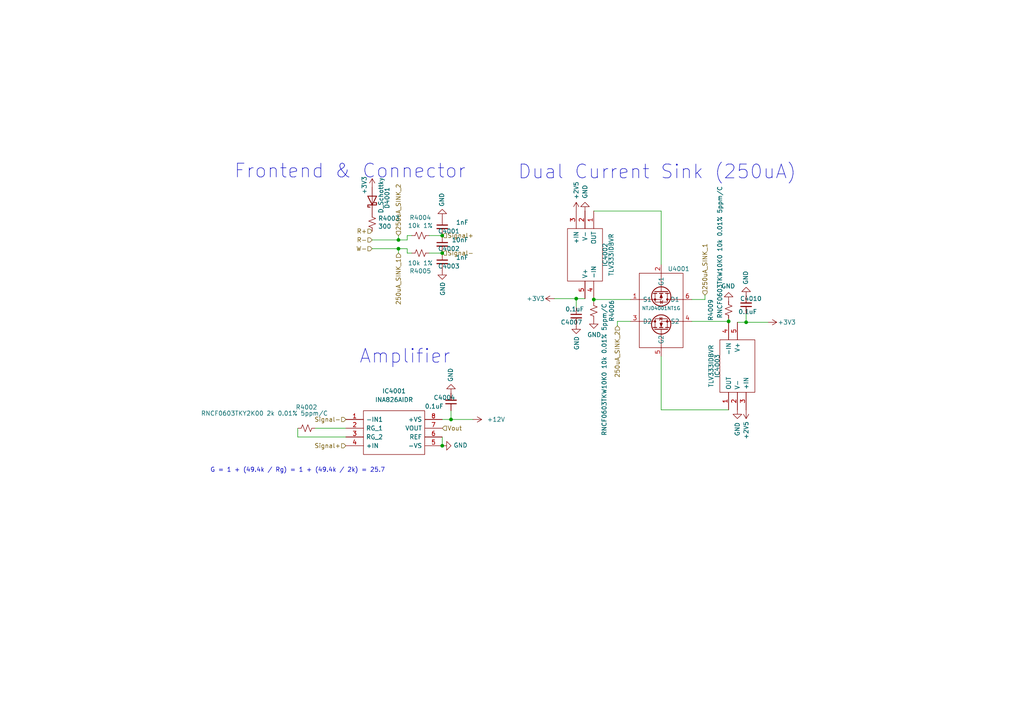
<source format=kicad_sch>
(kicad_sch (version 20231120) (generator "eeschema") (generator_version "8.0")
  (paper "A4")
  (lib_symbols
    (symbol "Device:C_Small" (pin_numbers hide) (pin_names (offset 0.254) hide)
      (property "Reference" "C" (at 0.254 1.778 0))
      (property "Value" "C_Small" (at 0.254 -2.032 0))
      (symbol "C_Small_0_1"
        (polyline (pts (xy -1.524 -0.508) (xy 1.524 -0.508)) (stroke (width 0.3302)))
        (polyline (pts (xy -1.524 0.508) (xy 1.524 0.508)) (stroke (width 0.3048)))
      )
      (symbol "C_Small_1_1"
        (pin passive line (at 0 2.54 270) (length 2.032) (name "~") (number "1"))
        (pin passive line (at 0 -2.54 90) (length 2.032) (name "~") (number "2"))
      )
    )
    (symbol "Device:D_Schottky" (pin_numbers hide) (pin_names (offset 1.016) hide)
      (property "Reference" "D" (at 0 2.54 0))
      (property "Value" "D_Schottky" (at 0 -2.54 0))
      (symbol "D_Schottky_0_1"
        (polyline (pts (xy 1.27 0) (xy -1.27 0)))
        (polyline (pts (xy 1.27 1.27) (xy 1.27 -1.27) (xy -1.27 0) (xy 1.27 1.27)) (stroke (width 0.254)))
        (polyline (pts (xy -1.905 0.635) (xy -1.905 1.27) (xy -1.27 1.27) (xy -1.27 -1.27) (xy -0.635 -1.27) (xy -0.635 -0.635)) (stroke (width 0.254)))
      )
      (symbol "D_Schottky_1_1"
        (pin passive line (at -3.81 0 0) (length 2.54) (name "K") (number "1"))
        (pin passive line (at 3.81 0 180) (length 2.54) (name "A") (number "2"))
      )
    )
    (symbol "Device:R_Small_US" (pin_numbers hide) (pin_names (offset 0.254) hide)
      (property "Reference" "R" (at 0.762 0.508 0))
      (property "Value" "R_Small_US" (at 0.762 -1.016 0))
      (symbol "R_Small_US_1_1"
        (polyline (pts (xy 0 0) (xy 1.016 -0.381) (xy 0 -0.762) (xy -1.016 -1.143) (xy 0 -1.524)))
        (polyline (pts (xy 0 1.524) (xy 1.016 1.143) (xy 0 0.762) (xy -1.016 0.381) (xy 0 0)))
        (pin passive line (at 0 2.54 270) (length 1.016) (name "~") (number "1"))
        (pin passive line (at 0 -2.54 90) (length 1.016) (name "~") (number "2"))
      )
    )
    (symbol "aaa:INA826AIDR" (pin_names (offset 0.762))
      (property "Reference" "IC" (at 24.13 7.62 0))
      (property "Value" "INA826AIDR" (at 24.13 5.08 0))
      (symbol "INA826AIDR_0_0"
        (pin passive line (at 0 0 0) (length 5.08) (name "-IN1") (number "1"))
        (pin passive line (at 0 -2.54 0) (length 5.08) (name "RG_1") (number "2"))
        (pin passive line (at 0 -5.08 0) (length 5.08) (name "RG_2") (number "3"))
        (pin passive line (at 0 -7.62 0) (length 5.08) (name "+IN") (number "4"))
        (pin passive line (at 27.94 -7.62 180) (length 5.08) (name "-VS") (number "5"))
        (pin passive line (at 27.94 -5.08 180) (length 5.08) (name "REF") (number "6"))
        (pin passive line (at 27.94 -2.54 180) (length 5.08) (name "VOUT") (number "7"))
        (pin passive line (at 27.94 0 180) (length 5.08) (name "+VS") (number "8"))
      )
      (symbol "INA826AIDR_0_1"
        (polyline (pts (xy 5.08 2.54) (xy 22.86 2.54) (xy 22.86 -10.16) (xy 5.08 -10.16) (xy 5.08 2.54)) (stroke (width 0.1524)))
      )
    )
    (symbol "aaa:NTJD4001NT1G" (pin_names (offset 1.016))
      (property "Reference" "U" (at -8.89 -2.54 0))
      (property "Value" "NTJD4001NT1G" (at 1.27 -10.16 90))
      (symbol "NTJD4001NT1G_0_1"
        (rectangle (start -10.16 -3.81) (end 11.43 -16.51))
        (polyline (pts (xy -7.62 -10.16) (xy -10.16 -10.16)))
        (polyline (pts (xy -2.54 -12.7) (xy -2.54 -16.51)))
        (polyline (pts (xy -2.54 -7.62) (xy -2.54 -3.81)))
        (polyline (pts (xy 3.81 -12.7) (xy 3.81 -16.51)))
        (polyline (pts (xy 3.81 -7.62) (xy 3.81 -3.81)))
        (polyline (pts (xy 8.89 -10.16) (xy 11.43 -10.16)))
      )
      (symbol "NTJD4001NT1G_1_1"
        (circle (center -3.429 -10.16) (radius 2.794) (stroke (width 0.254)))
        (circle (center -2.54 -11.938) (radius 0.254) (fill (type outline)))
        (circle (center -2.54 -8.382) (radius 0.254) (fill (type outline)))
        (polyline (pts (xy -4.826 -10.16) (xy -7.62 -10.16)))
        (polyline (pts (xy -4.826 -8.255) (xy -4.826 -12.065)) (stroke (width 0.254)))
        (polyline (pts (xy -4.318 -11.43) (xy -4.318 -12.446)) (stroke (width 0.254)))
        (polyline (pts (xy -4.318 -9.652) (xy -4.318 -10.668)) (stroke (width 0.254)))
        (polyline (pts (xy -4.318 -7.874) (xy -4.318 -8.89)) (stroke (width 0.254)))
        (polyline (pts (xy -2.54 -7.62) (xy -2.54 -8.382)))
        (polyline (pts (xy 3.81 -12.7) (xy 3.81 -11.938)))
        (polyline (pts (xy 5.588 -12.446) (xy 5.588 -11.43)) (stroke (width 0.254)))
        (polyline (pts (xy 5.588 -10.668) (xy 5.588 -9.652)) (stroke (width 0.254)))
        (polyline (pts (xy 5.588 -8.89) (xy 5.588 -7.874)) (stroke (width 0.254)))
        (polyline (pts (xy 6.096 -12.065) (xy 6.096 -8.255)) (stroke (width 0.254)))
        (polyline (pts (xy 6.096 -10.16) (xy 8.89 -10.16)))
        (polyline (pts (xy -2.54 -12.7) (xy -2.54 -10.16) (xy -4.318 -10.16)))
        (polyline (pts (xy 3.81 -7.62) (xy 3.81 -10.16) (xy 5.588 -10.16)))
        (polyline (pts (xy -4.318 -11.938) (xy -1.778 -11.938) (xy -1.778 -8.382) (xy -4.318 -8.382)))
        (polyline (pts (xy -4.064 -10.16) (xy -3.048 -9.779) (xy -3.048 -10.541) (xy -4.064 -10.16)) (fill (type outline)))
        (polyline (pts (xy -2.286 -9.652) (xy -2.159 -9.779) (xy -1.397 -9.779) (xy -1.27 -9.906)))
        (polyline (pts (xy -1.778 -9.779) (xy -2.159 -10.414) (xy -1.397 -10.414) (xy -1.778 -9.779)))
        (polyline (pts (xy 3.048 -10.541) (xy 3.429 -9.906) (xy 2.667 -9.906) (xy 3.048 -10.541)))
        (polyline (pts (xy 3.556 -10.668) (xy 3.429 -10.541) (xy 2.667 -10.541) (xy 2.54 -10.414)))
        (polyline (pts (xy 5.334 -10.16) (xy 4.318 -10.541) (xy 4.318 -9.779) (xy 5.334 -10.16)) (fill (type outline)))
        (polyline (pts (xy 5.588 -8.382) (xy 3.048 -8.382) (xy 3.048 -11.938) (xy 5.588 -11.938)))
        (circle (center 3.81 -11.938) (radius 0.254) (fill (type outline)))
        (circle (center 3.81 -8.382) (radius 0.254) (fill (type outline)))
        (circle (center 4.699 -10.16) (radius 2.794) (stroke (width 0.254)))
        (pin passive line (at -2.54 -19.05 90) (length 2.54) (name "S1") (number "1"))
        (pin input line (at -12.7 -10.16 0) (length 2.54) (name "G1") (number "2"))
        (pin passive line (at 3.81 -19.05 90) (length 2.54) (name "D2") (number "3"))
        (pin passive line (at 3.81 -1.27 270) (length 2.54) (name "S2") (number "4"))
        (pin input line (at 13.97 -10.16 180) (length 2.54) (name "G2") (number "5"))
        (pin passive line (at -2.54 -1.27 270) (length 2.54) (name "D1") (number "6"))
      )
    )
    (symbol "aaa:TLV333IDBVR" (pin_names (offset 0.762))
      (property "Reference" "IC" (at 21.59 7.62 0))
      (property "Value" "TLV333IDBVR" (at 21.59 5.08 0))
      (symbol "TLV333IDBVR_0_0"
        (pin passive line (at 0 0 0) (length 5.08) (name "OUT") (number "1"))
        (pin passive line (at 0 -2.54 0) (length 5.08) (name "V-") (number "2"))
        (pin passive line (at 0 -5.08 0) (length 5.08) (name "+IN") (number "3"))
        (pin passive line (at 25.4 0 180) (length 5.08) (name "-IN") (number "4"))
        (pin passive line (at 25.4 -2.54 180) (length 5.08) (name "V+") (number "5"))
      )
      (symbol "TLV333IDBVR_0_1"
        (polyline (pts (xy 5.08 2.54) (xy 20.32 2.54) (xy 20.32 -7.62) (xy 5.08 -7.62) (xy 5.08 2.54)) (stroke (width 0.1524)))
      )
    )
    (symbol "power:+12V" (power) (pin_names (offset 0))
      (property "Value" "+12V" (at 0 3.556 0))
      (symbol "+12V_0_1"
        (polyline (pts (xy -0.762 1.27) (xy 0 2.54)))
        (polyline (pts (xy 0 0) (xy 0 2.54)))
        (polyline (pts (xy 0 2.54) (xy 0.762 1.27)))
      )
      (symbol "+12V_1_1"
        (pin power_in line (at 0 0 90) (length 0) hide (name "+12V") (number "1"))
      )
    )
    (symbol "power:+2V5" (power) (pin_names (offset 0))
      (property "Value" "+2V5" (at 0 3.556 0))
      (symbol "+2V5_0_1"
        (polyline (pts (xy -0.762 1.27) (xy 0 2.54)))
        (polyline (pts (xy 0 0) (xy 0 2.54)))
        (polyline (pts (xy 0 2.54) (xy 0.762 1.27)))
      )
      (symbol "+2V5_1_1"
        (pin power_in line (at 0 0 90) (length 0) hide (name "+2V5") (number "1"))
      )
    )
    (symbol "power:+3V3" (power) (pin_numbers hide) (pin_names (offset 0) hide)
      (property "Value" "+3V3" (at 0 3.556 0))
      (symbol "+3V3_0_1"
        (polyline (pts (xy -0.762 1.27) (xy 0 2.54)))
        (polyline (pts (xy 0 0) (xy 0 2.54)))
        (polyline (pts (xy 0 2.54) (xy 0.762 1.27)))
      )
      (symbol "+3V3_1_1"
        (pin power_in line (at 0 0 90) (length 0) (name "~") (number "1"))
      )
    )
    (symbol "power:GND" (power) (pin_names (offset 0))
      (property "Value" "GND" (at 0 -3.81 0))
      (symbol "GND_0_1"
        (polyline (pts (xy 0 0) (xy 0 -1.27) (xy 1.27 -1.27) (xy 0 -2.54) (xy -1.27 -1.27) (xy 0 -1.27)))
      )
      (symbol "GND_1_1"
        (pin power_in line (at 0 0 270) (length 0) hide (name "GND") (number "1"))
      )
    )
  )
  (junction (at 128.27 129.286))
  (junction (at 128.27 68.326))
  (junction (at 211.328 93.218))
  (junction (at 128.27 73.406))
  (junction (at 172.212 86.868))
  (junction (at 216.408 93.472))
  (junction (at 115.57 72.136))
  (junction (at 167.132 86.614))
  (junction (at 130.81 121.666))
  (junction (at 115.57 69.596))
  (wire (pts (xy 86.36 126.746) (xy 100.33 126.746)))
  (wire (pts (xy 204.47 86.868) (xy 204.47 85.598)))
  (wire (pts (xy 128.27 126.746) (xy 128.27 129.286)))
  (wire (pts (xy 86.36 124.206) (xy 86.36 126.746)))
  (wire (pts (xy 211.328 93.218) (xy 211.328 92.456)))
  (wire (pts (xy 200.66 86.868) (xy 204.47 86.868)))
  (wire (pts (xy 167.132 86.614) (xy 169.672 86.614)))
  (wire (pts (xy 191.77 118.872) (xy 211.328 118.872)))
  (wire (pts (xy 115.57 72.136) (xy 115.57 73.406)))
  (wire (pts (xy 216.408 93.472) (xy 213.868 93.472)))
  (wire (pts (xy 216.408 93.472) (xy 222.758 93.472)))
  (wire (pts (xy 130.81 121.666) (xy 137.16 121.666)))
  (wire (pts (xy 172.212 61.214) (xy 191.77 61.214)))
  (wire (pts (xy 118.11 73.406) (xy 118.11 72.136)))
  (wire (pts (xy 172.212 86.614) (xy 172.212 86.868)))
  (wire (pts (xy 118.11 69.596) (xy 115.57 69.596)))
  (wire (pts (xy 107.95 69.596) (xy 115.57 69.596)))
  (wire (pts (xy 191.77 103.378) (xy 191.77 118.872)))
  (wire (pts (xy 128.27 121.666) (xy 130.81 121.666)))
  (wire (pts (xy 91.44 124.206) (xy 100.33 124.206)))
  (wire (pts (xy 216.408 93.472) (xy 216.408 90.932)))
  (wire (pts (xy 130.81 121.666) (xy 130.81 119.126)))
  (wire (pts (xy 191.77 61.214) (xy 191.77 76.708)))
  (wire (pts (xy 167.132 86.614) (xy 167.132 89.154)))
  (wire (pts (xy 124.46 73.406) (xy 128.27 73.406)))
  (wire (pts (xy 172.212 86.868) (xy 182.88 86.868)))
  (wire (pts (xy 119.38 68.326) (xy 118.11 68.326)))
  (wire (pts (xy 182.88 93.218) (xy 179.07 93.218)))
  (wire (pts (xy 211.328 93.472) (xy 211.328 93.218)))
  (wire (pts (xy 118.11 72.136) (xy 115.57 72.136)))
  (wire (pts (xy 115.57 69.596) (xy 115.57 68.326)))
  (wire (pts (xy 179.07 93.218) (xy 179.07 94.488)))
  (wire (pts (xy 172.212 86.868) (xy 172.212 87.63)))
  (wire (pts (xy 118.11 68.326) (xy 118.11 69.596)))
  (wire (pts (xy 107.95 72.136) (xy 115.57 72.136)))
  (wire (pts (xy 124.46 68.326) (xy 128.27 68.326)))
  (wire (pts (xy 160.782 86.614) (xy 167.132 86.614)))
  (wire (pts (xy 200.66 93.218) (xy 211.328 93.218)))
  (wire (pts (xy 119.38 73.406) (xy 118.11 73.406)))
  (text "Dual Current Sink (250uA)" (at 150.114 52.324 0) (effects (font (size 4 4)) (justify left bottom)))
  (text "G = 1 + (49.4k / Rg) = 1 + (49.4k / 2k) = 25.7" (at 60.96 137.16 0) (effects (font (size 1.27 1.27)) (justify left bottom)))
  (text "Frontend & Connector" (at 67.818 52.07 0) (effects (font (size 4 4)) (justify left bottom)))
  (text "Amplifier" (at 104.14 105.791 0) (effects (font (size 4 4)) (justify left bottom)))
  (hierarchical_label "Signal-" (shape input) (at 128.27 73.406 0))
  (hierarchical_label "250uA_SINK_2" (shape input) (at 179.07 94.488 270))
  (hierarchical_label "Signal-" (shape input) (at 100.33 121.666 180))
  (hierarchical_label "250uA_SINK_2" (shape input) (at 115.57 68.326 90))
  (hierarchical_label "Signal+" (shape input) (at 128.27 68.326 0))
  (hierarchical_label "R-" (shape input) (at 107.95 69.596 180))
  (hierarchical_label "Signal+" (shape input) (at 100.33 129.286 180))
  (hierarchical_label "R+" (shape input) (at 107.95 67.056 180))
  (hierarchical_label "250uA_SINK_1" (shape input) (at 115.57 73.406 270))
  (hierarchical_label "250uA_SINK_1" (shape input) (at 204.47 85.598 90))
  (hierarchical_label "Vout" (shape input) (at 128.27 124.206 0))
  (hierarchical_label "W-" (shape input) (at 107.95 72.136 180))
  (symbol (lib_id "power:GND") (at 216.408 85.852 180) (unit 1)
    (property "Reference" "#PWR04014" (effects (hide yes)))
    (property "Value" "GND" (at 216.281 82.6008 90) (effects (justify right)))
    (instances (project "simplicity_analog_1" (path "" (reference "#PWR04014") (unit 1)) (path "" (reference "#PWR013014") (unit 1)) (path "" (reference "#PWR017014") (unit 1)) (path "" (reference "#PWR025014") (unit 1)) (path "" (reference "#PWR021014") (unit 1)) (path "" (reference "#PWR05014") (unit 1))) (project "analog_frontend_panel" (path "" (reference "#PWR0115") (unit 1)) (path "" (reference "#PWR0131") (unit 1)) (path "" (reference "#PWR0147") (unit 1)) (path "" (reference "#PWR099") (unit 1))))
  )
  (symbol (lib_id "power:GND") (at 211.328 87.376 180) (unit 1)
    (property "Reference" "#PWR04012" (effects (hide yes)))
    (property "Value" "GND" (at 211.201 82.9818 0))
    (instances (project "simplicity_analog_1" (path "" (reference "#PWR04012") (unit 1)) (path "" (reference "#PWR013012") (unit 1)) (path "" (reference "#PWR017012") (unit 1)) (path "" (reference "#PWR025012") (unit 1)) (path "" (reference "#PWR021012") (unit 1)) (path "" (reference "#PWR05012") (unit 1))) (project "analog_frontend_panel" (path "" (reference "#PWR0113") (unit 1)) (path "" (reference "#PWR0129") (unit 1)) (path "" (reference "#PWR0145") (unit 1)) (path "" (reference "#PWR097") (unit 1))))
  )
  (symbol (lib_id "power:GND") (at 213.868 118.872 0) (unit 1)
    (property "Reference" "#PWR04013" (effects (hide yes)))
    (property "Value" "GND" (at 213.868 122.428 90) (effects (justify right)))
    (instances (project "simplicity_analog_1" (path "" (reference "#PWR04013") (unit 1)) (path "" (reference "#PWR013013") (unit 1)) (path "" (reference "#PWR017013") (unit 1)) (path "" (reference "#PWR025013") (unit 1)) (path "" (reference "#PWR021013") (unit 1)) (path "" (reference "#PWR05013") (unit 1))) (project "analog_frontend_panel" (path "" (reference "#PWR0114") (unit 1)) (path "" (reference "#PWR0130") (unit 1)) (path "" (reference "#PWR0146") (unit 1)) (path "" (reference "#PWR098") (unit 1))))
  )
  (symbol (lib_id "Device:R_Small_US") (at 211.328 89.916 180) (unit 1)
    (property "Reference" "R4009" (at 206.121 89.916 90))
    (property "Value" "RNCF0603TKW10K0 10k 0.01% 5ppm/C" (at 208.788 73.152 90))
    (property "Footprint" "Resistor_SMD:R_0603_1608Metric" (effects (hide yes)))
    (property "LCSC" "C2482678" (effects (hide yes)))
    (instances (project "simplicity_analog_1" (path "" (reference "R4009") (unit 1)) (path "" (reference "R13009") (unit 1)) (path "" (reference "R17009") (unit 1)) (path "" (reference "R25009") (unit 1)) (path "" (reference "R21009") (unit 1)) (path "" (reference "R5009") (unit 1))) (project "analog_frontend_panel" (path "" (reference "R56") (unit 1)) (path "" (reference "R65") (unit 1)) (path "" (reference "R74") (unit 1)) (path "" (reference "R47") (unit 1))))
  )
  (symbol (lib_id "power:GND") (at 130.81 114.046 180) (unit 1)
    (property "Reference" "#PWR04005" (effects (hide yes)))
    (property "Value" "GND" (at 130.683 110.7948 90) (effects (justify right)))
    (instances (project "simplicity_analog_1" (path "" (reference "#PWR04005") (unit 1)) (path "" (reference "#PWR013005") (unit 1)) (path "" (reference "#PWR017005") (unit 1)) (path "" (reference "#PWR025005") (unit 1)) (path "" (reference "#PWR021005") (unit 1)) (path "" (reference "#PWR05005") (unit 1))) (project "analog_frontend_panel" (path "" (reference "#PWR0106") (unit 1)) (path "" (reference "#PWR0122") (unit 1)) (path "" (reference "#PWR0138") (unit 1)) (path "" (reference "#PWR090") (unit 1))))
  )
  (symbol (lib_id "aaa:TLV333IDBVR") (at 172.212 61.214 270) (unit 1)
    (property "Reference" "IC4002" (at 175.514 73.914 0))
    (property "Value" "TLV333IDBVR" (at 177.292 73.914 0))
    (property "Footprint" "Package_TO_SOT_SMD:SOT-23-5" (effects (hide yes)))
    (property "Datasheet" "http://www.ti.com/lit/gpn/tlv333" (effects (hide yes)))
    (property "Description" "350 kHz, Low-Noise, RRIO, CMOS Operational Amplifier for Cost-Sensitive Systems" (effects (hide yes)))
    (property "Height" "1.45" (effects (hide yes)))
    (property "Manufacturer_Name" "Texas Instruments" (effects (hide yes)))
    (property "Manufacturer_Part_Number" "TLV333IDBVR" (effects (hide yes)))
    (property "Mouser Part Number" "595-TLV333IDBVR" (effects (hide yes)))
    (property "Mouser Price/Stock" "https://www.mouser.co.uk/ProductDetail/Texas-Instruments/TLV333IDBVR?qs=n%252BTO0c4TDSbTbn2suQLlAQ%3D%3D" (effects (hide yes)))
    (property "Arrow Part Number" "TLV333IDBVR" (effects (hide yes)))
    (property "Arrow Price/Stock" "https://www.arrow.com/en/products/tlv333idbvr/texas-instruments" (effects (hide yes)))
    (instances (project "simplicity_analog_1" (path "" (reference "IC4002") (unit 1)) (path "" (reference "IC13002") (unit 1)) (path "" (reference "IC17002") (unit 1)) (path "" (reference "IC25002") (unit 1)) (path "" (reference "IC21002") (unit 1)) (path "" (reference "IC5002") (unit 1))) (project "analog_frontend_panel" (path "" (reference "IC16") (unit 1)) (path "" (reference "IC19") (unit 1)) (path "" (reference "IC22") (unit 1)) (path "" (reference "IC13") (unit 1))))
  )
  (symbol (lib_id "Device:R_Small_US") (at 121.92 68.326 270) (unit 1)
    (property "Reference" "R4004" (at 121.92 63.119 90))
    (property "Value" "10k 1%" (at 121.92 65.4304 90))
    (property "Footprint" "Capacitor_SMD:C_0402_1005Metric" (effects (hide yes)))
    (instances (project "simplicity_analog_1" (path "" (reference "R4004") (unit 1)) (path "" (reference "R13004") (unit 1)) (path "" (reference "R17004") (unit 1)) (path "" (reference "R25004") (unit 1)) (path "" (reference "R21004") (unit 1)) (path "" (reference "R5004") (unit 1))) (project "analog_frontend_panel" (path "" (reference "R51") (unit 1)) (path "" (reference "R60") (unit 1)) (path "" (reference "R69") (unit 1)) (path "" (reference "R42") (unit 1))))
  )
  (symbol (lib_id "Device:C_Small") (at 128.27 65.786 0) (unit 1)
    (property "Reference" "C4001" (at 133.35 67.056 0) (effects (justify right)))
    (property "Value" "1nF" (at 135.89 64.516 0) (effects (justify right)))
    (property "Footprint" "Capacitor_SMD:C_0402_1005Metric" (effects (hide yes)))
    (instances (project "simplicity_analog_1" (path "" (reference "C4001") (unit 1)) (path "" (reference "C13001") (unit 1)) (path "" (reference "C17001") (unit 1)) (path "" (reference "C25001") (unit 1)) (path "" (reference "C21001") (unit 1)) (path "" (reference "C5001") (unit 1))) (project "analog_frontend_panel" (path "" (reference "C60") (unit 1)) (path "" (reference "C71") (unit 1)) (path "" (reference "C82") (unit 1)) (path "" (reference "C49") (unit 1))))
  )
  (symbol (lib_id "Device:C_Small") (at 128.27 70.866 0) (unit 1)
    (property "Reference" "C4002" (at 133.35 72.136 0) (effects (justify right)))
    (property "Value" "10nF" (at 135.89 69.596 0) (effects (justify right)))
    (property "Footprint" "Capacitor_SMD:C_0402_1005Metric" (effects (hide yes)))
    (instances (project "simplicity_analog_1" (path "" (reference "C4002") (unit 1)) (path "" (reference "C13002") (unit 1)) (path "" (reference "C17002") (unit 1)) (path "" (reference "C25002") (unit 1)) (path "" (reference "C21002") (unit 1)) (path "" (reference "C5002") (unit 1))) (project "analog_frontend_panel" (path "" (reference "C61") (unit 1)) (path "" (reference "C72") (unit 1)) (path "" (reference "C83") (unit 1)) (path "" (reference "C50") (unit 1))))
  )
  (symbol (lib_id "power:+3V3") (at 107.95 54.356 0) (unit 1)
    (property "Reference" "#PWR45001" (effects (hide yes)))
    (property "Value" "+3V3" (at 105.664 56.388 90) (effects (justify left)))
    (property "Description" "Power symbol creates a global label with name \"+3V3\"" (effects (hide yes)))
    (instances (project "analog_frontend_panel" (path "" (reference "#PWR45001") (unit 1)) (path "" (reference "#PWR46001") (unit 1)) (path "" (reference "#PWR47001") (unit 1)) (path "" (reference "#PWR44001") (unit 1))))
  )
  (symbol (lib_id "power:+12V") (at 137.16 121.666 270) (unit 1)
    (property "Reference" "#PWR04006" (effects (hide yes)))
    (property "Value" "+12V" (at 141.224 121.6659 90) (effects (justify left)))
    (instances (project "simplicity_analog_1" (path "" (reference "#PWR04006") (unit 1)) (path "" (reference "#PWR013006") (unit 1)) (path "" (reference "#PWR017006") (unit 1)) (path "" (reference "#PWR025006") (unit 1)) (path "" (reference "#PWR021006") (unit 1)) (path "" (reference "#PWR05006") (unit 1))) (project "analog_frontend_panel" (path "" (reference "#PWR0107") (unit 1)) (path "" (reference "#PWR0123") (unit 1)) (path "" (reference "#PWR0139") (unit 1)) (path "" (reference "#PWR091") (unit 1))))
  )
  (symbol (lib_id "power:GND") (at 128.27 129.286 90) (unit 1)
    (property "Reference" "#PWR04004" (effects (hide yes)))
    (property "Value" "GND" (at 131.5212 129.159 90) (effects (justify right)))
    (instances (project "simplicity_analog_1" (path "" (reference "#PWR04004") (unit 1)) (path "" (reference "#PWR013004") (unit 1)) (path "" (reference "#PWR017004") (unit 1)) (path "" (reference "#PWR025004") (unit 1)) (path "" (reference "#PWR021004") (unit 1)) (path "" (reference "#PWR05004") (unit 1))) (project "analog_frontend_panel" (path "" (reference "#PWR0105") (unit 1)) (path "" (reference "#PWR0121") (unit 1)) (path "" (reference "#PWR0137") (unit 1)) (path "" (reference "#PWR089") (unit 1))))
  )
  (symbol (lib_id "Device:C_Small") (at 167.132 91.694 0) (unit 1)
    (property "Reference" "C4007" (at 168.91 93.472 0) (effects (justify right)))
    (property "Value" "0.1uF" (at 169.418 89.662 0) (effects (justify right)))
    (property "Footprint" "Capacitor_SMD:C_0402_1005Metric" (effects (hide yes)))
    (instances (project "simplicity_analog_1" (path "" (reference "C4007") (unit 1)) (path "" (reference "C13007") (unit 1)) (path "" (reference "C17007") (unit 1)) (path "" (reference "C25007") (unit 1)) (path "" (reference "C21007") (unit 1)) (path "" (reference "C5007") (unit 1))) (project "analog_frontend_panel" (path "" (reference "C66") (unit 1)) (path "" (reference "C77") (unit 1)) (path "" (reference "C88") (unit 1)) (path "" (reference "C55") (unit 1))))
  )
  (symbol (lib_id "Device:R_Small_US") (at 107.95 64.516 0) (unit 1)
    (property "Reference" "R4003" (at 109.6772 63.3476 0) (effects (justify left)))
    (property "Value" "300" (at 109.6772 65.659 0) (effects (justify left)))
    (property "Footprint" "Resistor_SMD:R_0805_2012Metric" (effects (hide yes)))
    (instances (project "simplicity_analog_1" (path "" (reference "R4003") (unit 1)) (path "" (reference "R13003") (unit 1)) (path "" (reference "R17003") (unit 1)) (path "" (reference "R25003") (unit 1)) (path "" (reference "R21003") (unit 1)) (path "" (reference "R5003") (unit 1))) (project "analog_frontend_panel" (path "" (reference "R50") (unit 1)) (path "" (reference "R59") (unit 1)) (path "" (reference "R68") (unit 1)) (path "" (reference "R41") (unit 1))))
  )
  (symbol (lib_id "Device:D_Schottky") (at 107.95 58.166 90) (unit 1)
    (property "Reference" "D4001" (at 112.268 57.404 0))
    (property "Value" "D_Schottky" (at 110.49 56.642 0))
    (property "Footprint" "Diode_SMD:D_SMA" (effects (hide yes)))
    (property "LCSC" "C22452" (effects (hide yes)))
    (instances (project "simplicity_analog_1" (path "" (reference "D4001") (unit 1)) (path "" (reference "D13001") (unit 1)) (path "" (reference "D17001") (unit 1)) (path "" (reference "D25001") (unit 1)) (path "" (reference "D21001") (unit 1)) (path "" (reference "D5001") (unit 1))) (project "analog_frontend_panel" (path "" (reference "D8") (unit 1)) (path "" (reference "D9") (unit 1)) (path "" (reference "D10") (unit 1)) (path "" (reference "D7") (unit 1))))
  )
  (symbol (lib_id "power:+3V3") (at 222.758 93.472 270) (unit 1)
    (property "Reference" "#PWR45003" (effects (hide yes)))
    (property "Value" "+3V3" (at 225.552 93.472 90) (effects (justify left)))
    (property "Description" "Power symbol creates a global label with name \"+3V3\"" (effects (hide yes)))
    (instances (project "analog_frontend_panel" (path "" (reference "#PWR45003") (unit 1)) (path "" (reference "#PWR46003") (unit 1)) (path "" (reference "#PWR47003") (unit 1)) (path "" (reference "#PWR44003") (unit 1))))
  )
  (symbol (lib_id "Device:C_Small") (at 216.408 88.392 180) (unit 1)
    (property "Reference" "C4010" (at 214.63 86.614 0) (effects (justify right)))
    (property "Value" "0.1uF" (at 214.122 90.424 0) (effects (justify right)))
    (property "Footprint" "Capacitor_SMD:C_0402_1005Metric" (effects (hide yes)))
    (instances (project "simplicity_analog_1" (path "" (reference "C4010") (unit 1)) (path "" (reference "C13010") (unit 1)) (path "" (reference "C17010") (unit 1)) (path "" (reference "C25010") (unit 1)) (path "" (reference "C21010") (unit 1)) (path "" (reference "C5010") (unit 1))) (project "analog_frontend_panel" (path "" (reference "C69") (unit 1)) (path "" (reference "C80") (unit 1)) (path "" (reference "C91") (unit 1)) (path "" (reference "C58") (unit 1))))
  )
  (symbol (lib_id "power:GND") (at 128.27 78.486 0) (unit 1)
    (property "Reference" "#PWR04003" (effects (hide yes)))
    (property "Value" "GND" (at 128.397 81.7372 90) (effects (justify right)))
    (instances (project "simplicity_analog_1" (path "" (reference "#PWR04003") (unit 1)) (path "" (reference "#PWR013003") (unit 1)) (path "" (reference "#PWR017003") (unit 1)) (path "" (reference "#PWR025003") (unit 1)) (path "" (reference "#PWR021003") (unit 1)) (path "" (reference "#PWR05003") (unit 1))) (project "analog_frontend_panel" (path "" (reference "#PWR0104") (unit 1)) (path "" (reference "#PWR0120") (unit 1)) (path "" (reference "#PWR0136") (unit 1)) (path "" (reference "#PWR088") (unit 1))))
  )
  (symbol (lib_id "aaa:NTJD4001NT1G") (at 201.93 89.408 270) (unit 1)
    (property "Reference" "U4001" (at 196.85 77.978 90))
    (property "Value" "NTJD4001NT1G" (at 191.77 89.408 90) (effects (font (size 0.9906 0.9906))))
    (property "Footprint" "Package_TO_SOT_SMD:SOT-363_SC-70-6" (effects (hide yes)))
    (property "LCSC" "C190019" (effects (hide yes)))
    (instances (project "simplicity_analog_1" (path "" (reference "U4001") (unit 1)) (path "" (reference "U13001") (unit 1)) (path "" (reference "U17001") (unit 1)) (path "" (reference "U25001") (unit 1)) (path "" (reference "U21001") (unit 1)) (path "" (reference "U5001") (unit 1))) (project "analog_frontend_panel" (path "" (reference "U2") (unit 1)) (path "" (reference "U3") (unit 1)) (path "" (reference "U4") (unit 1)) (path "" (reference "U1") (unit 1))))
  )
  (symbol (lib_id "Device:R_Small_US") (at 88.9 124.206 270) (unit 1)
    (property "Reference" "R4002" (at 88.9 118.11 90))
    (property "Value" "RNCF0603TKY2K00 2k 0.01% 5ppm/C" (at 76.708 119.888 90))
    (property "Footprint" "Resistor_SMD:R_0603_1608Metric" (effects (hide yes)))
    (property "LCSC" "C346578" (effects (hide yes)))
    (instances (project "simplicity_analog_1" (path "" (reference "R4002") (unit 1)) (path "" (reference "R13002") (unit 1)) (path "" (reference "R17002") (unit 1)) (path "" (reference "R25002") (unit 1)) (path "" (reference "R21002") (unit 1)) (path "" (reference "R5002") (unit 1))) (project "analog_frontend_panel" (path "" (reference "R49") (unit 1)) (path "" (reference "R58") (unit 1)) (path "" (reference "R67") (unit 1)) (path "" (reference "R40") (unit 1))))
  )
  (symbol (lib_id "power:GND") (at 172.212 92.71 0) (unit 1)
    (property "Reference" "#PWR04011" (effects (hide yes)))
    (property "Value" "GND" (at 172.339 97.1042 0))
    (instances (project "simplicity_analog_1" (path "" (reference "#PWR04011") (unit 1)) (path "" (reference "#PWR013011") (unit 1)) (path "" (reference "#PWR017011") (unit 1)) (path "" (reference "#PWR025011") (unit 1)) (path "" (reference "#PWR021011") (unit 1)) (path "" (reference "#PWR05011") (unit 1))) (project "analog_frontend_panel" (path "" (reference "#PWR0112") (unit 1)) (path "" (reference "#PWR0128") (unit 1)) (path "" (reference "#PWR0144") (unit 1)) (path "" (reference "#PWR096") (unit 1))))
  )
  (symbol (lib_id "Device:R_Small_US") (at 172.212 90.17 0) (unit 1)
    (property "Reference" "R4006" (at 177.419 90.17 90))
    (property "Value" "RNCF0603TKW10K0 10k 0.01% 5ppm/C" (at 175.26 107.188 90))
    (property "Footprint" "Resistor_SMD:R_0603_1608Metric" (effects (hide yes)))
    (property "LCSC" "C2482678" (effects (hide yes)))
    (instances (project "simplicity_analog_1" (path "" (reference "R4006") (unit 1)) (path "" (reference "R13006") (unit 1)) (path "" (reference "R17006") (unit 1)) (path "" (reference "R25006") (unit 1)) (path "" (reference "R21006") (unit 1)) (path "" (reference "R5006") (unit 1))) (project "analog_frontend_panel" (path "" (reference "R53") (unit 1)) (path "" (reference "R62") (unit 1)) (path "" (reference "R71") (unit 1)) (path "" (reference "R44") (unit 1))))
  )
  (symbol (lib_id "Device:R_Small_US") (at 121.92 73.406 270) (unit 1)
    (property "Reference" "R4005" (at 121.92 78.613 90))
    (property "Value" "10k 1%" (at 121.92 76.3016 90))
    (property "Footprint" "Capacitor_SMD:C_0402_1005Metric" (effects (hide yes)))
    (instances (project "simplicity_analog_1" (path "" (reference "R4005") (unit 1)) (path "" (reference "R13005") (unit 1)) (path "" (reference "R17005") (unit 1)) (path "" (reference "R25005") (unit 1)) (path "" (reference "R21005") (unit 1)) (path "" (reference "R5005") (unit 1))) (project "analog_frontend_panel" (path "" (reference "R52") (unit 1)) (path "" (reference "R61") (unit 1)) (path "" (reference "R70") (unit 1)) (path "" (reference "R43") (unit 1))))
  )
  (symbol (lib_id "power:+2V5") (at 167.132 61.214 0) (unit 1)
    (property "Reference" "#PWR04008" (effects (hide yes)))
    (property "Value" "+2V5" (at 167.132 57.912 90) (effects (justify left)))
    (instances (project "simplicity_analog_1" (path "" (reference "#PWR04008") (unit 1)) (path "" (reference "#PWR013008") (unit 1)) (path "" (reference "#PWR017008") (unit 1)) (path "" (reference "#PWR025008") (unit 1)) (path "" (reference "#PWR021008") (unit 1)) (path "" (reference "#PWR05008") (unit 1))) (project "analog_frontend_panel" (path "" (reference "#PWR0109") (unit 1)) (path "" (reference "#PWR0125") (unit 1)) (path "" (reference "#PWR0141") (unit 1)) (path "" (reference "#PWR093") (unit 1))))
  )
  (symbol (lib_id "Device:C_Small") (at 130.81 116.586 180) (unit 1)
    (property "Reference" "C4004" (at 125.73 115.316 0) (effects (justify right)))
    (property "Value" "0.1uF" (at 123.19 117.856 0) (effects (justify right)))
    (property "Footprint" "Capacitor_SMD:C_0402_1005Metric" (effects (hide yes)))
    (instances (project "simplicity_analog_1" (path "" (reference "C4004") (unit 1)) (path "" (reference "C13004") (unit 1)) (path "" (reference "C17004") (unit 1)) (path "" (reference "C25004") (unit 1)) (path "" (reference "C21004") (unit 1)) (path "" (reference "C5004") (unit 1))) (project "analog_frontend_panel" (path "" (reference "C63") (unit 1)) (path "" (reference "C74") (unit 1)) (path "" (reference "C85") (unit 1)) (path "" (reference "C52") (unit 1))))
  )
  (symbol (lib_id "power:+3V3") (at 160.782 86.614 90) (unit 1)
    (property "Reference" "#PWR45002" (effects (hide yes)))
    (property "Value" "+3V3" (at 157.988 86.614 90) (effects (justify left)))
    (property "Description" "Power symbol creates a global label with name \"+3V3\"" (effects (hide yes)))
    (instances (project "analog_frontend_panel" (path "" (reference "#PWR45002") (unit 1)) (path "" (reference "#PWR46002") (unit 1)) (path "" (reference "#PWR47002") (unit 1)) (path "" (reference "#PWR44002") (unit 1))))
  )
  (symbol (lib_id "power:GND") (at 169.672 61.214 180) (unit 1)
    (property "Reference" "#PWR04010" (effects (hide yes)))
    (property "Value" "GND" (at 169.672 57.658 90) (effects (justify right)))
    (instances (project "simplicity_analog_1" (path "" (reference "#PWR04010") (unit 1)) (path "" (reference "#PWR013010") (unit 1)) (path "" (reference "#PWR017010") (unit 1)) (path "" (reference "#PWR025010") (unit 1)) (path "" (reference "#PWR021010") (unit 1)) (path "" (reference "#PWR05010") (unit 1))) (project "analog_frontend_panel" (path "" (reference "#PWR0111") (unit 1)) (path "" (reference "#PWR0127") (unit 1)) (path "" (reference "#PWR0143") (unit 1)) (path "" (reference "#PWR095") (unit 1))))
  )
  (symbol (lib_id "aaa:INA826AIDR") (at 100.33 121.666 0) (unit 1)
    (property "Reference" "IC4001" (at 114.3 113.411 0))
    (property "Value" "INA826AIDR" (at 114.3 115.951 0))
    (property "Footprint" "aaa:SOIC127P600X175-8N" (effects (hide yes)))
    (property "Datasheet" "http://www.ti.com/lit/gpn/ina826" (effects (hide yes)))
    (property "Description" "Precision, 200-uA Supply Current, 36-V Supply Instrumentation Amplifier" (effects (hide yes)))
    (property "Height" "1.75" (effects (hide yes)))
    (property "Manufacturer_Name" "Texas Instruments" (effects (hide yes)))
    (property "Manufacturer_Part_Number" "INA826AIDR" (effects (hide yes)))
    (property "Mouser Part Number" "595-INA826AIDR" (effects (hide yes)))
    (property "Mouser Price/Stock" "https://www.mouser.co.uk/ProductDetail/Texas-Instruments/INA826AIDR?qs=RqytGdBYyUFuQNJtlkA6aQ%3D%3D" (effects (hide yes)))
    (property "Arrow Part Number" "INA826AIDR" (effects (hide yes)))
    (property "Arrow Price/Stock" "https://www.arrow.com/en/products/ina826aidr/texas-instruments?region=nac" (effects (hide yes)))
    (property "LCSC" "C38433" (effects (hide yes)))
    (instances (project "simplicity_analog_1" (path "" (reference "IC4001") (unit 1)) (path "" (reference "IC13001") (unit 1)) (path "" (reference "IC17001") (unit 1)) (path "" (reference "IC25001") (unit 1)) (path "" (reference "IC21001") (unit 1)) (path "" (reference "IC5001") (unit 1))) (project "analog_frontend_panel" (path "" (reference "IC15") (unit 1)) (path "" (reference "IC18") (unit 1)) (path "" (reference "IC21") (unit 1)) (path "" (reference "IC12") (unit 1))))
  )
  (symbol (lib_id "power:GND") (at 167.132 94.234 0) (unit 1)
    (property "Reference" "#PWR04009" (effects (hide yes)))
    (property "Value" "GND" (at 167.259 97.4852 90) (effects (justify right)))
    (instances (project "simplicity_analog_1" (path "" (reference "#PWR04009") (unit 1)) (path "" (reference "#PWR013009") (unit 1)) (path "" (reference "#PWR017009") (unit 1)) (path "" (reference "#PWR025009") (unit 1)) (path "" (reference "#PWR021009") (unit 1)) (path "" (reference "#PWR05009") (unit 1))) (project "analog_frontend_panel" (path "" (reference "#PWR0110") (unit 1)) (path "" (reference "#PWR0126") (unit 1)) (path "" (reference "#PWR0142") (unit 1)) (path "" (reference "#PWR094") (unit 1))))
  )
  (symbol (lib_id "power:+2V5") (at 216.408 118.872 180) (unit 1)
    (property "Reference" "#PWR04015" (effects (hide yes)))
    (property "Value" "+2V5" (at 216.408 122.174 90) (effects (justify left)))
    (instances (project "simplicity_analog_1" (path "" (reference "#PWR04015") (unit 1)) (path "" (reference "#PWR013015") (unit 1)) (path "" (reference "#PWR017015") (unit 1)) (path "" (reference "#PWR025015") (unit 1)) (path "" (reference "#PWR021015") (unit 1)) (path "" (reference "#PWR05015") (unit 1))) (project "analog_frontend_panel" (path "" (reference "#PWR0116") (unit 1)) (path "" (reference "#PWR0132") (unit 1)) (path "" (reference "#PWR0148") (unit 1)) (path "" (reference "#PWR0100") (unit 1))))
  )
  (symbol (lib_id "aaa:TLV333IDBVR") (at 211.328 118.872 90) (unit 1)
    (property "Reference" "IC4003" (at 208.026 106.172 0))
    (property "Value" "TLV333IDBVR" (at 206.248 106.172 0))
    (property "Footprint" "Package_TO_SOT_SMD:SOT-23-5" (effects (hide yes)))
    (property "Datasheet" "http://www.ti.com/lit/gpn/tlv333" (effects (hide yes)))
    (property "Description" "350 kHz, Low-Noise, RRIO, CMOS Operational Amplifier for Cost-Sensitive Systems" (effects (hide yes)))
    (property "Height" "1.45" (effects (hide yes)))
    (property "Manufacturer_Name" "Texas Instruments" (effects (hide yes)))
    (property "Manufacturer_Part_Number" "TLV333IDBVR" (effects (hide yes)))
    (property "Mouser Part Number" "595-TLV333IDBVR" (effects (hide yes)))
    (property "Mouser Price/Stock" "https://www.mouser.co.uk/ProductDetail/Texas-Instruments/TLV333IDBVR?qs=n%252BTO0c4TDSbTbn2suQLlAQ%3D%3D" (effects (hide yes)))
    (property "Arrow Part Number" "TLV333IDBVR" (effects (hide yes)))
    (property "Arrow Price/Stock" "https://www.arrow.com/en/products/tlv333idbvr/texas-instruments" (effects (hide yes)))
    (instances (project "simplicity_analog_1" (path "" (reference "IC4003") (unit 1)) (path "" (reference "IC13003") (unit 1)) (path "" (reference "IC17003") (unit 1)) (path "" (reference "IC25003") (unit 1)) (path "" (reference "IC21003") (unit 1)) (path "" (reference "IC5003") (unit 1))) (project "analog_frontend_panel" (path "" (reference "IC17") (unit 1)) (path "" (reference "IC20") (unit 1)) (path "" (reference "IC23") (unit 1)) (path "" (reference "IC14") (unit 1))))
  )
  (symbol (lib_id "Device:C_Small") (at 128.27 75.946 0) (unit 1)
    (property "Reference" "C4003" (at 133.35 77.216 0) (effects (justify right)))
    (property "Value" "1nF" (at 135.89 74.676 0) (effects (justify right)))
    (property "Footprint" "Capacitor_SMD:C_0402_1005Metric" (effects (hide yes)))
    (instances (project "simplicity_analog_1" (path "" (reference "C4003") (unit 1)) (path "" (reference "C13003") (unit 1)) (path "" (reference "C17003") (unit 1)) (path "" (reference "C25003") (unit 1)) (path "" (reference "C21003") (unit 1)) (path "" (reference "C5003") (unit 1))) (project "analog_frontend_panel" (path "" (reference "C62") (unit 1)) (path "" (reference "C73") (unit 1)) (path "" (reference "C84") (unit 1)) (path "" (reference "C51") (unit 1))))
  )
  (symbol (lib_id "power:GND") (at 128.27 63.246 180) (unit 1)
    (property "Reference" "#PWR04002" (effects (hide yes)))
    (property "Value" "GND" (at 128.143 59.9948 90) (effects (justify right)))
    (instances (project "simplicity_analog_1" (path "" (reference "#PWR04002") (unit 1)) (path "" (reference "#PWR013002") (unit 1)) (path "" (reference "#PWR017002") (unit 1)) (path "" (reference "#PWR025002") (unit 1)) (path "" (reference "#PWR021002") (unit 1)) (path "" (reference "#PWR05002") (unit 1))) (project "analog_frontend_panel" (path "" (reference "#PWR0103") (unit 1)) (path "" (reference "#PWR0119") (unit 1)) (path "" (reference "#PWR0135") (unit 1)) (path "" (reference "#PWR087") (unit 1))))
  )
)
</source>
